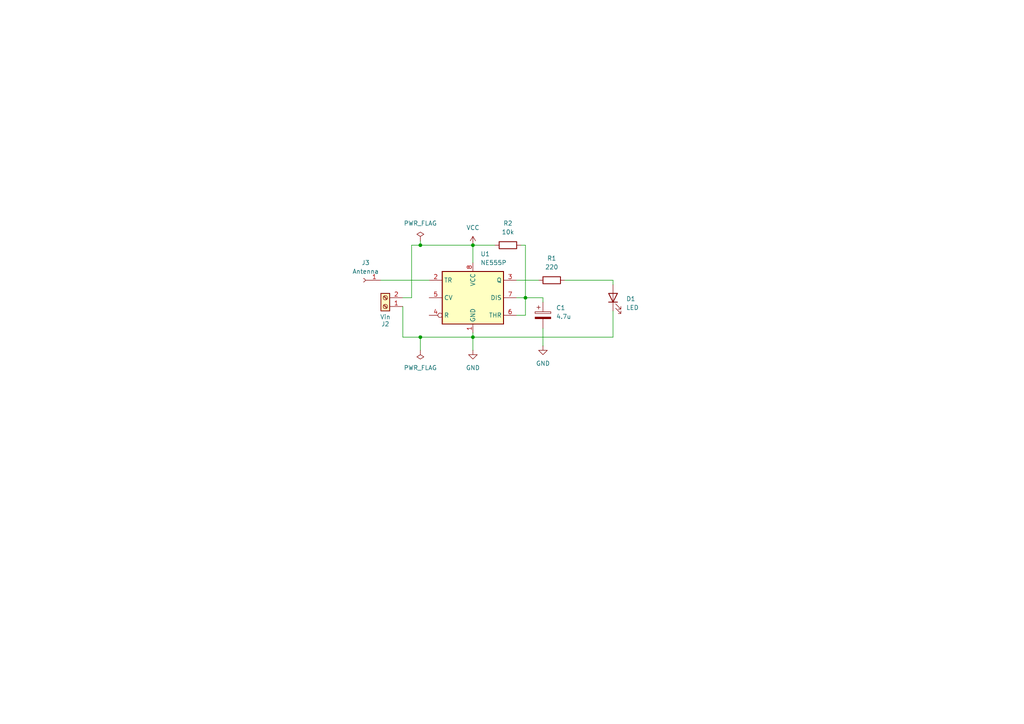
<source format=kicad_sch>
(kicad_sch
	(version 20231120)
	(generator "eeschema")
	(generator_version "8.0")
	(uuid "5389a15f-12bb-4080-be5b-7cf29784dc35")
	(paper "A4")
	(lib_symbols
		(symbol "Connector:Conn_01x01_Socket"
			(pin_names
				(offset 1.016) hide)
			(exclude_from_sim no)
			(in_bom yes)
			(on_board yes)
			(property "Reference" "J"
				(at 0 2.54 0)
				(effects
					(font
						(size 1.27 1.27)
					)
				)
			)
			(property "Value" "Conn_01x01_Socket"
				(at 0 -2.54 0)
				(effects
					(font
						(size 1.27 1.27)
					)
				)
			)
			(property "Footprint" ""
				(at 0 0 0)
				(effects
					(font
						(size 1.27 1.27)
					)
					(hide yes)
				)
			)
			(property "Datasheet" "~"
				(at 0 0 0)
				(effects
					(font
						(size 1.27 1.27)
					)
					(hide yes)
				)
			)
			(property "Description" "Generic connector, single row, 01x01, script generated"
				(at 0 0 0)
				(effects
					(font
						(size 1.27 1.27)
					)
					(hide yes)
				)
			)
			(property "ki_locked" ""
				(at 0 0 0)
				(effects
					(font
						(size 1.27 1.27)
					)
				)
			)
			(property "ki_keywords" "connector"
				(at 0 0 0)
				(effects
					(font
						(size 1.27 1.27)
					)
					(hide yes)
				)
			)
			(property "ki_fp_filters" "Connector*:*_1x??_*"
				(at 0 0 0)
				(effects
					(font
						(size 1.27 1.27)
					)
					(hide yes)
				)
			)
			(symbol "Conn_01x01_Socket_1_1"
				(polyline
					(pts
						(xy -1.27 0) (xy -0.508 0)
					)
					(stroke
						(width 0.1524)
						(type default)
					)
					(fill
						(type none)
					)
				)
				(arc
					(start 0 0.508)
					(mid -0.5058 0)
					(end 0 -0.508)
					(stroke
						(width 0.1524)
						(type default)
					)
					(fill
						(type none)
					)
				)
				(pin passive line
					(at -5.08 0 0)
					(length 3.81)
					(name "Pin_1"
						(effects
							(font
								(size 1.27 1.27)
							)
						)
					)
					(number "1"
						(effects
							(font
								(size 1.27 1.27)
							)
						)
					)
				)
			)
		)
		(symbol "Connector:Screw_Terminal_01x02"
			(pin_names
				(offset 1.016) hide)
			(exclude_from_sim no)
			(in_bom yes)
			(on_board yes)
			(property "Reference" "J"
				(at 0 2.54 0)
				(effects
					(font
						(size 1.27 1.27)
					)
				)
			)
			(property "Value" "Screw_Terminal_01x02"
				(at 0 -5.08 0)
				(effects
					(font
						(size 1.27 1.27)
					)
				)
			)
			(property "Footprint" ""
				(at 0 0 0)
				(effects
					(font
						(size 1.27 1.27)
					)
					(hide yes)
				)
			)
			(property "Datasheet" "~"
				(at 0 0 0)
				(effects
					(font
						(size 1.27 1.27)
					)
					(hide yes)
				)
			)
			(property "Description" "Generic screw terminal, single row, 01x02, script generated (kicad-library-utils/schlib/autogen/connector/)"
				(at 0 0 0)
				(effects
					(font
						(size 1.27 1.27)
					)
					(hide yes)
				)
			)
			(property "ki_keywords" "screw terminal"
				(at 0 0 0)
				(effects
					(font
						(size 1.27 1.27)
					)
					(hide yes)
				)
			)
			(property "ki_fp_filters" "TerminalBlock*:*"
				(at 0 0 0)
				(effects
					(font
						(size 1.27 1.27)
					)
					(hide yes)
				)
			)
			(symbol "Screw_Terminal_01x02_1_1"
				(rectangle
					(start -1.27 1.27)
					(end 1.27 -3.81)
					(stroke
						(width 0.254)
						(type default)
					)
					(fill
						(type background)
					)
				)
				(circle
					(center 0 -2.54)
					(radius 0.635)
					(stroke
						(width 0.1524)
						(type default)
					)
					(fill
						(type none)
					)
				)
				(polyline
					(pts
						(xy -0.5334 -2.2098) (xy 0.3302 -3.048)
					)
					(stroke
						(width 0.1524)
						(type default)
					)
					(fill
						(type none)
					)
				)
				(polyline
					(pts
						(xy -0.5334 0.3302) (xy 0.3302 -0.508)
					)
					(stroke
						(width 0.1524)
						(type default)
					)
					(fill
						(type none)
					)
				)
				(polyline
					(pts
						(xy -0.3556 -2.032) (xy 0.508 -2.8702)
					)
					(stroke
						(width 0.1524)
						(type default)
					)
					(fill
						(type none)
					)
				)
				(polyline
					(pts
						(xy -0.3556 0.508) (xy 0.508 -0.3302)
					)
					(stroke
						(width 0.1524)
						(type default)
					)
					(fill
						(type none)
					)
				)
				(circle
					(center 0 0)
					(radius 0.635)
					(stroke
						(width 0.1524)
						(type default)
					)
					(fill
						(type none)
					)
				)
				(pin passive line
					(at -5.08 0 0)
					(length 3.81)
					(name "Pin_1"
						(effects
							(font
								(size 1.27 1.27)
							)
						)
					)
					(number "1"
						(effects
							(font
								(size 1.27 1.27)
							)
						)
					)
				)
				(pin passive line
					(at -5.08 -2.54 0)
					(length 3.81)
					(name "Pin_2"
						(effects
							(font
								(size 1.27 1.27)
							)
						)
					)
					(number "2"
						(effects
							(font
								(size 1.27 1.27)
							)
						)
					)
				)
			)
		)
		(symbol "Device:C_Polarized"
			(pin_numbers hide)
			(pin_names
				(offset 0.254)
			)
			(exclude_from_sim no)
			(in_bom yes)
			(on_board yes)
			(property "Reference" "C"
				(at 0.635 2.54 0)
				(effects
					(font
						(size 1.27 1.27)
					)
					(justify left)
				)
			)
			(property "Value" "C_Polarized"
				(at 0.635 -2.54 0)
				(effects
					(font
						(size 1.27 1.27)
					)
					(justify left)
				)
			)
			(property "Footprint" ""
				(at 0.9652 -3.81 0)
				(effects
					(font
						(size 1.27 1.27)
					)
					(hide yes)
				)
			)
			(property "Datasheet" "~"
				(at 0 0 0)
				(effects
					(font
						(size 1.27 1.27)
					)
					(hide yes)
				)
			)
			(property "Description" "Polarized capacitor"
				(at 0 0 0)
				(effects
					(font
						(size 1.27 1.27)
					)
					(hide yes)
				)
			)
			(property "ki_keywords" "cap capacitor"
				(at 0 0 0)
				(effects
					(font
						(size 1.27 1.27)
					)
					(hide yes)
				)
			)
			(property "ki_fp_filters" "CP_*"
				(at 0 0 0)
				(effects
					(font
						(size 1.27 1.27)
					)
					(hide yes)
				)
			)
			(symbol "C_Polarized_0_1"
				(rectangle
					(start -2.286 0.508)
					(end 2.286 1.016)
					(stroke
						(width 0)
						(type default)
					)
					(fill
						(type none)
					)
				)
				(polyline
					(pts
						(xy -1.778 2.286) (xy -0.762 2.286)
					)
					(stroke
						(width 0)
						(type default)
					)
					(fill
						(type none)
					)
				)
				(polyline
					(pts
						(xy -1.27 2.794) (xy -1.27 1.778)
					)
					(stroke
						(width 0)
						(type default)
					)
					(fill
						(type none)
					)
				)
				(rectangle
					(start 2.286 -0.508)
					(end -2.286 -1.016)
					(stroke
						(width 0)
						(type default)
					)
					(fill
						(type outline)
					)
				)
			)
			(symbol "C_Polarized_1_1"
				(pin passive line
					(at 0 3.81 270)
					(length 2.794)
					(name "~"
						(effects
							(font
								(size 1.27 1.27)
							)
						)
					)
					(number "1"
						(effects
							(font
								(size 1.27 1.27)
							)
						)
					)
				)
				(pin passive line
					(at 0 -3.81 90)
					(length 2.794)
					(name "~"
						(effects
							(font
								(size 1.27 1.27)
							)
						)
					)
					(number "2"
						(effects
							(font
								(size 1.27 1.27)
							)
						)
					)
				)
			)
		)
		(symbol "Device:LED"
			(pin_numbers hide)
			(pin_names
				(offset 1.016) hide)
			(exclude_from_sim no)
			(in_bom yes)
			(on_board yes)
			(property "Reference" "D"
				(at 0 2.54 0)
				(effects
					(font
						(size 1.27 1.27)
					)
				)
			)
			(property "Value" "LED"
				(at 0 -2.54 0)
				(effects
					(font
						(size 1.27 1.27)
					)
				)
			)
			(property "Footprint" ""
				(at 0 0 0)
				(effects
					(font
						(size 1.27 1.27)
					)
					(hide yes)
				)
			)
			(property "Datasheet" "~"
				(at 0 0 0)
				(effects
					(font
						(size 1.27 1.27)
					)
					(hide yes)
				)
			)
			(property "Description" "Light emitting diode"
				(at 0 0 0)
				(effects
					(font
						(size 1.27 1.27)
					)
					(hide yes)
				)
			)
			(property "ki_keywords" "LED diode"
				(at 0 0 0)
				(effects
					(font
						(size 1.27 1.27)
					)
					(hide yes)
				)
			)
			(property "ki_fp_filters" "LED* LED_SMD:* LED_THT:*"
				(at 0 0 0)
				(effects
					(font
						(size 1.27 1.27)
					)
					(hide yes)
				)
			)
			(symbol "LED_0_1"
				(polyline
					(pts
						(xy -1.27 -1.27) (xy -1.27 1.27)
					)
					(stroke
						(width 0.254)
						(type default)
					)
					(fill
						(type none)
					)
				)
				(polyline
					(pts
						(xy -1.27 0) (xy 1.27 0)
					)
					(stroke
						(width 0)
						(type default)
					)
					(fill
						(type none)
					)
				)
				(polyline
					(pts
						(xy 1.27 -1.27) (xy 1.27 1.27) (xy -1.27 0) (xy 1.27 -1.27)
					)
					(stroke
						(width 0.254)
						(type default)
					)
					(fill
						(type none)
					)
				)
				(polyline
					(pts
						(xy -3.048 -0.762) (xy -4.572 -2.286) (xy -3.81 -2.286) (xy -4.572 -2.286) (xy -4.572 -1.524)
					)
					(stroke
						(width 0)
						(type default)
					)
					(fill
						(type none)
					)
				)
				(polyline
					(pts
						(xy -1.778 -0.762) (xy -3.302 -2.286) (xy -2.54 -2.286) (xy -3.302 -2.286) (xy -3.302 -1.524)
					)
					(stroke
						(width 0)
						(type default)
					)
					(fill
						(type none)
					)
				)
			)
			(symbol "LED_1_1"
				(pin passive line
					(at -3.81 0 0)
					(length 2.54)
					(name "K"
						(effects
							(font
								(size 1.27 1.27)
							)
						)
					)
					(number "1"
						(effects
							(font
								(size 1.27 1.27)
							)
						)
					)
				)
				(pin passive line
					(at 3.81 0 180)
					(length 2.54)
					(name "A"
						(effects
							(font
								(size 1.27 1.27)
							)
						)
					)
					(number "2"
						(effects
							(font
								(size 1.27 1.27)
							)
						)
					)
				)
			)
		)
		(symbol "Device:R"
			(pin_numbers hide)
			(pin_names
				(offset 0)
			)
			(exclude_from_sim no)
			(in_bom yes)
			(on_board yes)
			(property "Reference" "R"
				(at 2.032 0 90)
				(effects
					(font
						(size 1.27 1.27)
					)
				)
			)
			(property "Value" "R"
				(at 0 0 90)
				(effects
					(font
						(size 1.27 1.27)
					)
				)
			)
			(property "Footprint" ""
				(at -1.778 0 90)
				(effects
					(font
						(size 1.27 1.27)
					)
					(hide yes)
				)
			)
			(property "Datasheet" "~"
				(at 0 0 0)
				(effects
					(font
						(size 1.27 1.27)
					)
					(hide yes)
				)
			)
			(property "Description" "Resistor"
				(at 0 0 0)
				(effects
					(font
						(size 1.27 1.27)
					)
					(hide yes)
				)
			)
			(property "ki_keywords" "R res resistor"
				(at 0 0 0)
				(effects
					(font
						(size 1.27 1.27)
					)
					(hide yes)
				)
			)
			(property "ki_fp_filters" "R_*"
				(at 0 0 0)
				(effects
					(font
						(size 1.27 1.27)
					)
					(hide yes)
				)
			)
			(symbol "R_0_1"
				(rectangle
					(start -1.016 -2.54)
					(end 1.016 2.54)
					(stroke
						(width 0.254)
						(type default)
					)
					(fill
						(type none)
					)
				)
			)
			(symbol "R_1_1"
				(pin passive line
					(at 0 3.81 270)
					(length 1.27)
					(name "~"
						(effects
							(font
								(size 1.27 1.27)
							)
						)
					)
					(number "1"
						(effects
							(font
								(size 1.27 1.27)
							)
						)
					)
				)
				(pin passive line
					(at 0 -3.81 90)
					(length 1.27)
					(name "~"
						(effects
							(font
								(size 1.27 1.27)
							)
						)
					)
					(number "2"
						(effects
							(font
								(size 1.27 1.27)
							)
						)
					)
				)
			)
		)
		(symbol "Timer:NE555P"
			(exclude_from_sim no)
			(in_bom yes)
			(on_board yes)
			(property "Reference" "U"
				(at -10.16 8.89 0)
				(effects
					(font
						(size 1.27 1.27)
					)
					(justify left)
				)
			)
			(property "Value" "NE555P"
				(at 2.54 8.89 0)
				(effects
					(font
						(size 1.27 1.27)
					)
					(justify left)
				)
			)
			(property "Footprint" "Package_DIP:DIP-8_W7.62mm"
				(at 16.51 -10.16 0)
				(effects
					(font
						(size 1.27 1.27)
					)
					(hide yes)
				)
			)
			(property "Datasheet" "http://www.ti.com/lit/ds/symlink/ne555.pdf"
				(at 21.59 -10.16 0)
				(effects
					(font
						(size 1.27 1.27)
					)
					(hide yes)
				)
			)
			(property "Description" "Precision Timers, 555 compatible,  PDIP-8"
				(at 0 0 0)
				(effects
					(font
						(size 1.27 1.27)
					)
					(hide yes)
				)
			)
			(property "ki_keywords" "single timer 555"
				(at 0 0 0)
				(effects
					(font
						(size 1.27 1.27)
					)
					(hide yes)
				)
			)
			(property "ki_fp_filters" "DIP*W7.62mm*"
				(at 0 0 0)
				(effects
					(font
						(size 1.27 1.27)
					)
					(hide yes)
				)
			)
			(symbol "NE555P_0_0"
				(pin power_in line
					(at 0 -10.16 90)
					(length 2.54)
					(name "GND"
						(effects
							(font
								(size 1.27 1.27)
							)
						)
					)
					(number "1"
						(effects
							(font
								(size 1.27 1.27)
							)
						)
					)
				)
				(pin power_in line
					(at 0 10.16 270)
					(length 2.54)
					(name "VCC"
						(effects
							(font
								(size 1.27 1.27)
							)
						)
					)
					(number "8"
						(effects
							(font
								(size 1.27 1.27)
							)
						)
					)
				)
			)
			(symbol "NE555P_0_1"
				(rectangle
					(start -8.89 -7.62)
					(end 8.89 7.62)
					(stroke
						(width 0.254)
						(type default)
					)
					(fill
						(type background)
					)
				)
				(rectangle
					(start -8.89 -7.62)
					(end 8.89 7.62)
					(stroke
						(width 0.254)
						(type default)
					)
					(fill
						(type background)
					)
				)
			)
			(symbol "NE555P_1_1"
				(pin input line
					(at -12.7 5.08 0)
					(length 3.81)
					(name "TR"
						(effects
							(font
								(size 1.27 1.27)
							)
						)
					)
					(number "2"
						(effects
							(font
								(size 1.27 1.27)
							)
						)
					)
				)
				(pin output line
					(at 12.7 5.08 180)
					(length 3.81)
					(name "Q"
						(effects
							(font
								(size 1.27 1.27)
							)
						)
					)
					(number "3"
						(effects
							(font
								(size 1.27 1.27)
							)
						)
					)
				)
				(pin input inverted
					(at -12.7 -5.08 0)
					(length 3.81)
					(name "R"
						(effects
							(font
								(size 1.27 1.27)
							)
						)
					)
					(number "4"
						(effects
							(font
								(size 1.27 1.27)
							)
						)
					)
				)
				(pin input line
					(at -12.7 0 0)
					(length 3.81)
					(name "CV"
						(effects
							(font
								(size 1.27 1.27)
							)
						)
					)
					(number "5"
						(effects
							(font
								(size 1.27 1.27)
							)
						)
					)
				)
				(pin input line
					(at 12.7 -5.08 180)
					(length 3.81)
					(name "THR"
						(effects
							(font
								(size 1.27 1.27)
							)
						)
					)
					(number "6"
						(effects
							(font
								(size 1.27 1.27)
							)
						)
					)
				)
				(pin input line
					(at 12.7 0 180)
					(length 3.81)
					(name "DIS"
						(effects
							(font
								(size 1.27 1.27)
							)
						)
					)
					(number "7"
						(effects
							(font
								(size 1.27 1.27)
							)
						)
					)
				)
			)
		)
		(symbol "power:GND"
			(power)
			(pin_numbers hide)
			(pin_names
				(offset 0) hide)
			(exclude_from_sim no)
			(in_bom yes)
			(on_board yes)
			(property "Reference" "#PWR"
				(at 0 -6.35 0)
				(effects
					(font
						(size 1.27 1.27)
					)
					(hide yes)
				)
			)
			(property "Value" "GND"
				(at 0 -3.81 0)
				(effects
					(font
						(size 1.27 1.27)
					)
				)
			)
			(property "Footprint" ""
				(at 0 0 0)
				(effects
					(font
						(size 1.27 1.27)
					)
					(hide yes)
				)
			)
			(property "Datasheet" ""
				(at 0 0 0)
				(effects
					(font
						(size 1.27 1.27)
					)
					(hide yes)
				)
			)
			(property "Description" "Power symbol creates a global label with name \"GND\" , ground"
				(at 0 0 0)
				(effects
					(font
						(size 1.27 1.27)
					)
					(hide yes)
				)
			)
			(property "ki_keywords" "global power"
				(at 0 0 0)
				(effects
					(font
						(size 1.27 1.27)
					)
					(hide yes)
				)
			)
			(symbol "GND_0_1"
				(polyline
					(pts
						(xy 0 0) (xy 0 -1.27) (xy 1.27 -1.27) (xy 0 -2.54) (xy -1.27 -1.27) (xy 0 -1.27)
					)
					(stroke
						(width 0)
						(type default)
					)
					(fill
						(type none)
					)
				)
			)
			(symbol "GND_1_1"
				(pin power_in line
					(at 0 0 270)
					(length 0)
					(name "~"
						(effects
							(font
								(size 1.27 1.27)
							)
						)
					)
					(number "1"
						(effects
							(font
								(size 1.27 1.27)
							)
						)
					)
				)
			)
		)
		(symbol "power:PWR_FLAG"
			(power)
			(pin_numbers hide)
			(pin_names
				(offset 0) hide)
			(exclude_from_sim no)
			(in_bom yes)
			(on_board yes)
			(property "Reference" "#FLG"
				(at 0 1.905 0)
				(effects
					(font
						(size 1.27 1.27)
					)
					(hide yes)
				)
			)
			(property "Value" "PWR_FLAG"
				(at 0 3.81 0)
				(effects
					(font
						(size 1.27 1.27)
					)
				)
			)
			(property "Footprint" ""
				(at 0 0 0)
				(effects
					(font
						(size 1.27 1.27)
					)
					(hide yes)
				)
			)
			(property "Datasheet" "~"
				(at 0 0 0)
				(effects
					(font
						(size 1.27 1.27)
					)
					(hide yes)
				)
			)
			(property "Description" "Special symbol for telling ERC where power comes from"
				(at 0 0 0)
				(effects
					(font
						(size 1.27 1.27)
					)
					(hide yes)
				)
			)
			(property "ki_keywords" "flag power"
				(at 0 0 0)
				(effects
					(font
						(size 1.27 1.27)
					)
					(hide yes)
				)
			)
			(symbol "PWR_FLAG_0_0"
				(pin power_out line
					(at 0 0 90)
					(length 0)
					(name "~"
						(effects
							(font
								(size 1.27 1.27)
							)
						)
					)
					(number "1"
						(effects
							(font
								(size 1.27 1.27)
							)
						)
					)
				)
			)
			(symbol "PWR_FLAG_0_1"
				(polyline
					(pts
						(xy 0 0) (xy 0 1.27) (xy -1.016 1.905) (xy 0 2.54) (xy 1.016 1.905) (xy 0 1.27)
					)
					(stroke
						(width 0)
						(type default)
					)
					(fill
						(type none)
					)
				)
			)
		)
		(symbol "power:VCC"
			(power)
			(pin_numbers hide)
			(pin_names
				(offset 0) hide)
			(exclude_from_sim no)
			(in_bom yes)
			(on_board yes)
			(property "Reference" "#PWR"
				(at 0 -3.81 0)
				(effects
					(font
						(size 1.27 1.27)
					)
					(hide yes)
				)
			)
			(property "Value" "VCC"
				(at 0 3.556 0)
				(effects
					(font
						(size 1.27 1.27)
					)
				)
			)
			(property "Footprint" ""
				(at 0 0 0)
				(effects
					(font
						(size 1.27 1.27)
					)
					(hide yes)
				)
			)
			(property "Datasheet" ""
				(at 0 0 0)
				(effects
					(font
						(size 1.27 1.27)
					)
					(hide yes)
				)
			)
			(property "Description" "Power symbol creates a global label with name \"VCC\""
				(at 0 0 0)
				(effects
					(font
						(size 1.27 1.27)
					)
					(hide yes)
				)
			)
			(property "ki_keywords" "global power"
				(at 0 0 0)
				(effects
					(font
						(size 1.27 1.27)
					)
					(hide yes)
				)
			)
			(symbol "VCC_0_1"
				(polyline
					(pts
						(xy -0.762 1.27) (xy 0 2.54)
					)
					(stroke
						(width 0)
						(type default)
					)
					(fill
						(type none)
					)
				)
				(polyline
					(pts
						(xy 0 0) (xy 0 2.54)
					)
					(stroke
						(width 0)
						(type default)
					)
					(fill
						(type none)
					)
				)
				(polyline
					(pts
						(xy 0 2.54) (xy 0.762 1.27)
					)
					(stroke
						(width 0)
						(type default)
					)
					(fill
						(type none)
					)
				)
			)
			(symbol "VCC_1_1"
				(pin power_in line
					(at 0 0 90)
					(length 0)
					(name "~"
						(effects
							(font
								(size 1.27 1.27)
							)
						)
					)
					(number "1"
						(effects
							(font
								(size 1.27 1.27)
							)
						)
					)
				)
			)
		)
	)
	(junction
		(at 152.4 86.36)
		(diameter 0)
		(color 0 0 0 0)
		(uuid "18ebd45c-8799-46d5-8486-b8822b45d661")
	)
	(junction
		(at 121.92 97.79)
		(diameter 0)
		(color 0 0 0 0)
		(uuid "682251f6-8254-42e8-9789-cf7a4973bc67")
	)
	(junction
		(at 137.16 97.79)
		(diameter 0)
		(color 0 0 0 0)
		(uuid "968b7d57-9e71-4fd5-a058-012a92ee3bad")
	)
	(junction
		(at 121.92 71.12)
		(diameter 0)
		(color 0 0 0 0)
		(uuid "9e0a2f48-57f0-4aad-ac81-23fec9c6618b")
	)
	(junction
		(at 137.16 71.12)
		(diameter 0)
		(color 0 0 0 0)
		(uuid "b2320f29-cf0f-4d53-8a51-470042c0b2ab")
	)
	(wire
		(pts
			(xy 177.8 90.17) (xy 177.8 97.79)
		)
		(stroke
			(width 0)
			(type default)
		)
		(uuid "0a076076-cc72-4700-9a57-2a9e78fb74fe")
	)
	(wire
		(pts
			(xy 119.38 86.36) (xy 119.38 71.12)
		)
		(stroke
			(width 0)
			(type default)
		)
		(uuid "22e25e68-19ed-4b03-8369-4c4a11a2803e")
	)
	(wire
		(pts
			(xy 110.49 81.28) (xy 124.46 81.28)
		)
		(stroke
			(width 0)
			(type default)
		)
		(uuid "2ede96c6-b54b-4726-9860-3b54efffb3cc")
	)
	(wire
		(pts
			(xy 157.48 95.25) (xy 157.48 100.33)
		)
		(stroke
			(width 0)
			(type default)
		)
		(uuid "329967e3-0872-4564-a7ac-0720b439f01b")
	)
	(wire
		(pts
			(xy 152.4 71.12) (xy 152.4 86.36)
		)
		(stroke
			(width 0)
			(type default)
		)
		(uuid "389f936e-c0b2-48c3-adfd-47faf7c51a4b")
	)
	(wire
		(pts
			(xy 119.38 71.12) (xy 121.92 71.12)
		)
		(stroke
			(width 0)
			(type default)
		)
		(uuid "495bd099-7d8d-4abb-adf9-bd7d5147a58a")
	)
	(wire
		(pts
			(xy 163.83 81.28) (xy 177.8 81.28)
		)
		(stroke
			(width 0)
			(type default)
		)
		(uuid "4cedc07b-71b4-4a50-936d-1baec5b708c9")
	)
	(wire
		(pts
			(xy 149.86 81.28) (xy 156.21 81.28)
		)
		(stroke
			(width 0)
			(type default)
		)
		(uuid "56019e04-9c88-493d-b514-c35c3ee730f7")
	)
	(wire
		(pts
			(xy 149.86 91.44) (xy 152.4 91.44)
		)
		(stroke
			(width 0)
			(type default)
		)
		(uuid "7bcb4e47-c9bb-457e-94a8-3db68e098fea")
	)
	(wire
		(pts
			(xy 152.4 91.44) (xy 152.4 86.36)
		)
		(stroke
			(width 0)
			(type default)
		)
		(uuid "8f10352c-e2e9-43e6-a2c6-7bb8d679aa49")
	)
	(wire
		(pts
			(xy 152.4 86.36) (xy 157.48 86.36)
		)
		(stroke
			(width 0)
			(type default)
		)
		(uuid "90a5eaf8-5f4e-484b-a032-63b0a5fdba67")
	)
	(wire
		(pts
			(xy 149.86 86.36) (xy 152.4 86.36)
		)
		(stroke
			(width 0)
			(type default)
		)
		(uuid "97ff4f7a-7995-4645-b5a1-1a62f6220856")
	)
	(wire
		(pts
			(xy 137.16 97.79) (xy 137.16 101.6)
		)
		(stroke
			(width 0)
			(type default)
		)
		(uuid "9ae14303-1189-4811-98c5-813efa55ad97")
	)
	(wire
		(pts
			(xy 177.8 81.28) (xy 177.8 82.55)
		)
		(stroke
			(width 0)
			(type default)
		)
		(uuid "a01c6bef-fb29-40cf-b540-c05880cc4b99")
	)
	(wire
		(pts
			(xy 116.84 86.36) (xy 119.38 86.36)
		)
		(stroke
			(width 0)
			(type default)
		)
		(uuid "a4b4534c-34b3-4f88-92e5-791ef6c47c1e")
	)
	(wire
		(pts
			(xy 121.92 69.85) (xy 121.92 71.12)
		)
		(stroke
			(width 0)
			(type default)
		)
		(uuid "b3036491-7c4f-43ca-85a5-d8d4d550f8ea")
	)
	(wire
		(pts
			(xy 121.92 97.79) (xy 121.92 101.6)
		)
		(stroke
			(width 0)
			(type default)
		)
		(uuid "c6e7ae8a-bbca-4761-ba18-70c49c53b857")
	)
	(wire
		(pts
			(xy 157.48 86.36) (xy 157.48 87.63)
		)
		(stroke
			(width 0)
			(type default)
		)
		(uuid "c6ef5ea3-8a94-467e-9425-1fc150eaa442")
	)
	(wire
		(pts
			(xy 152.4 71.12) (xy 151.13 71.12)
		)
		(stroke
			(width 0)
			(type default)
		)
		(uuid "cd7864cd-43aa-4758-a906-fc0c796658e9")
	)
	(wire
		(pts
			(xy 137.16 71.12) (xy 143.51 71.12)
		)
		(stroke
			(width 0)
			(type default)
		)
		(uuid "d50ff81b-e5df-4d0b-ae4d-b212106bfdb2")
	)
	(wire
		(pts
			(xy 116.84 97.79) (xy 121.92 97.79)
		)
		(stroke
			(width 0)
			(type default)
		)
		(uuid "d7e6ed33-546f-491c-8d96-5f6f204344f4")
	)
	(wire
		(pts
			(xy 121.92 97.79) (xy 137.16 97.79)
		)
		(stroke
			(width 0)
			(type default)
		)
		(uuid "de680321-fee5-4a61-83ac-904195bb77cc")
	)
	(wire
		(pts
			(xy 121.92 71.12) (xy 137.16 71.12)
		)
		(stroke
			(width 0)
			(type default)
		)
		(uuid "de6afb0a-4269-408f-9dbb-a4b0b82640b2")
	)
	(wire
		(pts
			(xy 137.16 97.79) (xy 177.8 97.79)
		)
		(stroke
			(width 0)
			(type default)
		)
		(uuid "e2790202-655a-49ca-a87f-6123240f78a5")
	)
	(wire
		(pts
			(xy 116.84 88.9) (xy 116.84 97.79)
		)
		(stroke
			(width 0)
			(type default)
		)
		(uuid "eb6481f5-4e27-4abb-ad36-c5e7deff1cb5")
	)
	(wire
		(pts
			(xy 137.16 96.52) (xy 137.16 97.79)
		)
		(stroke
			(width 0)
			(type default)
		)
		(uuid "fd135494-0028-40ed-b235-6bf56f4b6054")
	)
	(wire
		(pts
			(xy 137.16 71.12) (xy 137.16 76.2)
		)
		(stroke
			(width 0)
			(type default)
		)
		(uuid "fd709415-11a5-4a79-b869-6d578519d960")
	)
	(symbol
		(lib_id "Timer:NE555P")
		(at 137.16 86.36 0)
		(unit 1)
		(exclude_from_sim no)
		(in_bom yes)
		(on_board yes)
		(dnp no)
		(fields_autoplaced yes)
		(uuid "0ae73d4d-7a66-40fa-ba2a-658a2d5ac72f")
		(property "Reference" "U1"
			(at 139.3541 73.66 0)
			(effects
				(font
					(size 1.27 1.27)
				)
				(justify left)
			)
		)
		(property "Value" "NE555P"
			(at 139.3541 76.2 0)
			(effects
				(font
					(size 1.27 1.27)
				)
				(justify left)
			)
		)
		(property "Footprint" "Package_DIP:DIP-8_W7.62mm"
			(at 153.67 96.52 0)
			(effects
				(font
					(size 1.27 1.27)
				)
				(hide yes)
			)
		)
		(property "Datasheet" "http://www.ti.com/lit/ds/symlink/ne555.pdf"
			(at 158.75 96.52 0)
			(effects
				(font
					(size 1.27 1.27)
				)
				(hide yes)
			)
		)
		(property "Description" "Precision Timers, 555 compatible,  PDIP-8"
			(at 137.16 86.36 0)
			(effects
				(font
					(size 1.27 1.27)
				)
				(hide yes)
			)
		)
		(pin "3"
			(uuid "455d9610-684c-47de-9161-7654606b9d1f")
		)
		(pin "5"
			(uuid "805a24b5-964c-41ac-b889-49ae772cb6c8")
		)
		(pin "4"
			(uuid "b2b8d90c-46d3-4ffb-a7df-8e0a5f576c72")
		)
		(pin "6"
			(uuid "391c687e-04fc-474f-a06f-cd3cc3c0e0af")
		)
		(pin "7"
			(uuid "75466525-97aa-4ecb-8d8f-0cb8adf016a5")
		)
		(pin "1"
			(uuid "16eb5a63-2e07-4766-baff-50d23ab9ca57")
		)
		(pin "2"
			(uuid "20f56288-d5a9-4228-876f-2c7aaf0f7a72")
		)
		(pin "8"
			(uuid "6fea02e8-9c56-4986-9798-b7794dd8fcb5")
		)
		(instances
			(project ""
				(path "/5389a15f-12bb-4080-be5b-7cf29784dc35"
					(reference "U1")
					(unit 1)
				)
			)
		)
	)
	(symbol
		(lib_id "Device:R")
		(at 147.32 71.12 90)
		(unit 1)
		(exclude_from_sim no)
		(in_bom yes)
		(on_board yes)
		(dnp no)
		(fields_autoplaced yes)
		(uuid "246b4adf-01da-46b2-bfdf-5faef84ccf7d")
		(property "Reference" "R2"
			(at 147.32 64.77 90)
			(effects
				(font
					(size 1.27 1.27)
				)
			)
		)
		(property "Value" "10k"
			(at 147.32 67.31 90)
			(effects
				(font
					(size 1.27 1.27)
				)
			)
		)
		(property "Footprint" "Resistor_THT:R_Axial_DIN0204_L3.6mm_D1.6mm_P5.08mm_Horizontal"
			(at 147.32 72.898 90)
			(effects
				(font
					(size 1.27 1.27)
				)
				(hide yes)
			)
		)
		(property "Datasheet" "~"
			(at 147.32 71.12 0)
			(effects
				(font
					(size 1.27 1.27)
				)
				(hide yes)
			)
		)
		(property "Description" "Resistor"
			(at 147.32 71.12 0)
			(effects
				(font
					(size 1.27 1.27)
				)
				(hide yes)
			)
		)
		(pin "1"
			(uuid "59967333-5feb-4c01-9f3f-c7a39557ae86")
		)
		(pin "2"
			(uuid "277df14e-5cfc-4e53-9b61-5887e5e9a762")
		)
		(instances
			(project "CurrentDetector"
				(path "/5389a15f-12bb-4080-be5b-7cf29784dc35"
					(reference "R2")
					(unit 1)
				)
			)
		)
	)
	(symbol
		(lib_id "power:PWR_FLAG")
		(at 121.92 101.6 180)
		(unit 1)
		(exclude_from_sim no)
		(in_bom yes)
		(on_board yes)
		(dnp no)
		(fields_autoplaced yes)
		(uuid "2a8cb3f3-2948-4470-ae11-4bc78fe94d61")
		(property "Reference" "#FLG02"
			(at 121.92 103.505 0)
			(effects
				(font
					(size 1.27 1.27)
				)
				(hide yes)
			)
		)
		(property "Value" "PWR_FLAG"
			(at 121.92 106.68 0)
			(effects
				(font
					(size 1.27 1.27)
				)
			)
		)
		(property "Footprint" ""
			(at 121.92 101.6 0)
			(effects
				(font
					(size 1.27 1.27)
				)
				(hide yes)
			)
		)
		(property "Datasheet" "~"
			(at 121.92 101.6 0)
			(effects
				(font
					(size 1.27 1.27)
				)
				(hide yes)
			)
		)
		(property "Description" "Special symbol for telling ERC where power comes from"
			(at 121.92 101.6 0)
			(effects
				(font
					(size 1.27 1.27)
				)
				(hide yes)
			)
		)
		(pin "1"
			(uuid "447104f6-2521-42d4-8242-53ba28776538")
		)
		(instances
			(project "CurrentDetector"
				(path "/5389a15f-12bb-4080-be5b-7cf29784dc35"
					(reference "#FLG02")
					(unit 1)
				)
			)
		)
	)
	(symbol
		(lib_id "Device:C_Polarized")
		(at 157.48 91.44 0)
		(unit 1)
		(exclude_from_sim no)
		(in_bom yes)
		(on_board yes)
		(dnp no)
		(fields_autoplaced yes)
		(uuid "3fcc94ad-b4e9-4c83-a9de-d8658a7a02a1")
		(property "Reference" "C1"
			(at 161.29 89.2809 0)
			(effects
				(font
					(size 1.27 1.27)
				)
				(justify left)
			)
		)
		(property "Value" "4.7u"
			(at 161.29 91.8209 0)
			(effects
				(font
					(size 1.27 1.27)
				)
				(justify left)
			)
		)
		(property "Footprint" "Capacitor_THT:CP_Radial_D5.0mm_P2.00mm"
			(at 158.4452 95.25 0)
			(effects
				(font
					(size 1.27 1.27)
				)
				(hide yes)
			)
		)
		(property "Datasheet" "~"
			(at 157.48 91.44 0)
			(effects
				(font
					(size 1.27 1.27)
				)
				(hide yes)
			)
		)
		(property "Description" "Polarized capacitor"
			(at 157.48 91.44 0)
			(effects
				(font
					(size 1.27 1.27)
				)
				(hide yes)
			)
		)
		(pin "2"
			(uuid "367ea9c5-eb92-4ca9-8098-fa11d14280a5")
		)
		(pin "1"
			(uuid "a9a8b111-7ecc-4a01-ad00-38752efa0d09")
		)
		(instances
			(project ""
				(path "/5389a15f-12bb-4080-be5b-7cf29784dc35"
					(reference "C1")
					(unit 1)
				)
			)
		)
	)
	(symbol
		(lib_id "power:PWR_FLAG")
		(at 121.92 69.85 0)
		(unit 1)
		(exclude_from_sim no)
		(in_bom yes)
		(on_board yes)
		(dnp no)
		(fields_autoplaced yes)
		(uuid "406daad3-dc94-41ca-8083-30c2d78f9f5b")
		(property "Reference" "#FLG01"
			(at 121.92 67.945 0)
			(effects
				(font
					(size 1.27 1.27)
				)
				(hide yes)
			)
		)
		(property "Value" "PWR_FLAG"
			(at 121.92 64.77 0)
			(effects
				(font
					(size 1.27 1.27)
				)
			)
		)
		(property "Footprint" ""
			(at 121.92 69.85 0)
			(effects
				(font
					(size 1.27 1.27)
				)
				(hide yes)
			)
		)
		(property "Datasheet" "~"
			(at 121.92 69.85 0)
			(effects
				(font
					(size 1.27 1.27)
				)
				(hide yes)
			)
		)
		(property "Description" "Special symbol for telling ERC where power comes from"
			(at 121.92 69.85 0)
			(effects
				(font
					(size 1.27 1.27)
				)
				(hide yes)
			)
		)
		(pin "1"
			(uuid "a65a8573-d091-4b07-b274-04557d17b68a")
		)
		(instances
			(project ""
				(path "/5389a15f-12bb-4080-be5b-7cf29784dc35"
					(reference "#FLG01")
					(unit 1)
				)
			)
		)
	)
	(symbol
		(lib_id "Device:R")
		(at 160.02 81.28 90)
		(unit 1)
		(exclude_from_sim no)
		(in_bom yes)
		(on_board yes)
		(dnp no)
		(fields_autoplaced yes)
		(uuid "6c8591bb-f225-4ba3-a143-451f05a6c8e8")
		(property "Reference" "R1"
			(at 160.02 74.93 90)
			(effects
				(font
					(size 1.27 1.27)
				)
			)
		)
		(property "Value" "220"
			(at 160.02 77.47 90)
			(effects
				(font
					(size 1.27 1.27)
				)
			)
		)
		(property "Footprint" "Resistor_THT:R_Axial_DIN0204_L3.6mm_D1.6mm_P5.08mm_Horizontal"
			(at 160.02 83.058 90)
			(effects
				(font
					(size 1.27 1.27)
				)
				(hide yes)
			)
		)
		(property "Datasheet" "~"
			(at 160.02 81.28 0)
			(effects
				(font
					(size 1.27 1.27)
				)
				(hide yes)
			)
		)
		(property "Description" "Resistor"
			(at 160.02 81.28 0)
			(effects
				(font
					(size 1.27 1.27)
				)
				(hide yes)
			)
		)
		(pin "1"
			(uuid "a22411a2-c326-4f73-93d1-b00e4dd888f2")
		)
		(pin "2"
			(uuid "d1e5b60d-1f8f-48c2-bb0d-ec0f7a956159")
		)
		(instances
			(project ""
				(path "/5389a15f-12bb-4080-be5b-7cf29784dc35"
					(reference "R1")
					(unit 1)
				)
			)
		)
	)
	(symbol
		(lib_id "Connector:Screw_Terminal_01x02")
		(at 111.76 88.9 180)
		(unit 1)
		(exclude_from_sim no)
		(in_bom yes)
		(on_board yes)
		(dnp no)
		(uuid "731e3341-2b86-4efd-b2de-04b52ecdeb7f")
		(property "Reference" "J2"
			(at 111.76 93.98 0)
			(effects
				(font
					(size 1.27 1.27)
				)
			)
		)
		(property "Value" "Vin"
			(at 111.76 91.948 0)
			(effects
				(font
					(size 1.27 1.27)
				)
			)
		)
		(property "Footprint" "TerminalBlock:TerminalBlock_bornier-2_P5.08mm"
			(at 111.76 88.9 0)
			(effects
				(font
					(size 1.27 1.27)
				)
				(hide yes)
			)
		)
		(property "Datasheet" "~"
			(at 111.76 88.9 0)
			(effects
				(font
					(size 1.27 1.27)
				)
				(hide yes)
			)
		)
		(property "Description" "Generic screw terminal, single row, 01x02, script generated (kicad-library-utils/schlib/autogen/connector/)"
			(at 111.76 88.9 0)
			(effects
				(font
					(size 1.27 1.27)
				)
				(hide yes)
			)
		)
		(pin "1"
			(uuid "14589420-3a0e-4cb7-97dd-1e0c1f1d5cdf")
		)
		(pin "2"
			(uuid "61780cd8-7da8-4194-8d59-5496aa2fed22")
		)
		(instances
			(project ""
				(path "/5389a15f-12bb-4080-be5b-7cf29784dc35"
					(reference "J2")
					(unit 1)
				)
			)
		)
	)
	(symbol
		(lib_id "power:VCC")
		(at 137.16 71.12 0)
		(unit 1)
		(exclude_from_sim no)
		(in_bom yes)
		(on_board yes)
		(dnp no)
		(fields_autoplaced yes)
		(uuid "b3c06ede-cadb-4020-8d27-933b00f0f341")
		(property "Reference" "#PWR03"
			(at 137.16 74.93 0)
			(effects
				(font
					(size 1.27 1.27)
				)
				(hide yes)
			)
		)
		(property "Value" "VCC"
			(at 137.16 66.04 0)
			(effects
				(font
					(size 1.27 1.27)
				)
			)
		)
		(property "Footprint" ""
			(at 137.16 71.12 0)
			(effects
				(font
					(size 1.27 1.27)
				)
				(hide yes)
			)
		)
		(property "Datasheet" ""
			(at 137.16 71.12 0)
			(effects
				(font
					(size 1.27 1.27)
				)
				(hide yes)
			)
		)
		(property "Description" "Power symbol creates a global label with name \"VCC\""
			(at 137.16 71.12 0)
			(effects
				(font
					(size 1.27 1.27)
				)
				(hide yes)
			)
		)
		(pin "1"
			(uuid "e8c2b1ea-89bf-4c95-80a2-2ee1f00fce3f")
		)
		(instances
			(project ""
				(path "/5389a15f-12bb-4080-be5b-7cf29784dc35"
					(reference "#PWR03")
					(unit 1)
				)
			)
		)
	)
	(symbol
		(lib_id "Device:LED")
		(at 177.8 86.36 90)
		(unit 1)
		(exclude_from_sim no)
		(in_bom yes)
		(on_board yes)
		(dnp no)
		(fields_autoplaced yes)
		(uuid "ebee2360-92d5-40ea-b7d9-1e4fdaa10199")
		(property "Reference" "D1"
			(at 181.61 86.6774 90)
			(effects
				(font
					(size 1.27 1.27)
				)
				(justify right)
			)
		)
		(property "Value" "LED"
			(at 181.61 89.2174 90)
			(effects
				(font
					(size 1.27 1.27)
				)
				(justify right)
			)
		)
		(property "Footprint" "LED_THT:LED_D5.0mm"
			(at 177.8 86.36 0)
			(effects
				(font
					(size 1.27 1.27)
				)
				(hide yes)
			)
		)
		(property "Datasheet" "~"
			(at 177.8 86.36 0)
			(effects
				(font
					(size 1.27 1.27)
				)
				(hide yes)
			)
		)
		(property "Description" "Light emitting diode"
			(at 177.8 86.36 0)
			(effects
				(font
					(size 1.27 1.27)
				)
				(hide yes)
			)
		)
		(pin "1"
			(uuid "37f246d0-b94a-40b3-a088-a5953800877c")
		)
		(pin "2"
			(uuid "7418d1d5-017a-4575-8c3a-6913b0b9a1c0")
		)
		(instances
			(project ""
				(path "/5389a15f-12bb-4080-be5b-7cf29784dc35"
					(reference "D1")
					(unit 1)
				)
			)
		)
	)
	(symbol
		(lib_id "power:GND")
		(at 137.16 101.6 0)
		(unit 1)
		(exclude_from_sim no)
		(in_bom yes)
		(on_board yes)
		(dnp no)
		(fields_autoplaced yes)
		(uuid "fa3b590d-d40a-44ca-bdde-1918f815d31e")
		(property "Reference" "#PWR02"
			(at 137.16 107.95 0)
			(effects
				(font
					(size 1.27 1.27)
				)
				(hide yes)
			)
		)
		(property "Value" "GND"
			(at 137.16 106.68 0)
			(effects
				(font
					(size 1.27 1.27)
				)
			)
		)
		(property "Footprint" ""
			(at 137.16 101.6 0)
			(effects
				(font
					(size 1.27 1.27)
				)
				(hide yes)
			)
		)
		(property "Datasheet" ""
			(at 137.16 101.6 0)
			(effects
				(font
					(size 1.27 1.27)
				)
				(hide yes)
			)
		)
		(property "Description" "Power symbol creates a global label with name \"GND\" , ground"
			(at 137.16 101.6 0)
			(effects
				(font
					(size 1.27 1.27)
				)
				(hide yes)
			)
		)
		(pin "1"
			(uuid "2af37474-e6b1-4985-b015-ded29091cd62")
		)
		(instances
			(project "CurrentDetector"
				(path "/5389a15f-12bb-4080-be5b-7cf29784dc35"
					(reference "#PWR02")
					(unit 1)
				)
			)
		)
	)
	(symbol
		(lib_id "power:GND")
		(at 157.48 100.33 0)
		(unit 1)
		(exclude_from_sim no)
		(in_bom yes)
		(on_board yes)
		(dnp no)
		(fields_autoplaced yes)
		(uuid "fade599a-fa34-4f9f-a696-3dda3e0ee02f")
		(property "Reference" "#PWR01"
			(at 157.48 106.68 0)
			(effects
				(font
					(size 1.27 1.27)
				)
				(hide yes)
			)
		)
		(property "Value" "GND"
			(at 157.48 105.41 0)
			(effects
				(font
					(size 1.27 1.27)
				)
			)
		)
		(property "Footprint" ""
			(at 157.48 100.33 0)
			(effects
				(font
					(size 1.27 1.27)
				)
				(hide yes)
			)
		)
		(property "Datasheet" ""
			(at 157.48 100.33 0)
			(effects
				(font
					(size 1.27 1.27)
				)
				(hide yes)
			)
		)
		(property "Description" "Power symbol creates a global label with name \"GND\" , ground"
			(at 157.48 100.33 0)
			(effects
				(font
					(size 1.27 1.27)
				)
				(hide yes)
			)
		)
		(pin "1"
			(uuid "ae456254-7de6-4921-99e6-e10d07a62808")
		)
		(instances
			(project ""
				(path "/5389a15f-12bb-4080-be5b-7cf29784dc35"
					(reference "#PWR01")
					(unit 1)
				)
			)
		)
	)
	(symbol
		(lib_id "Connector:Conn_01x01_Socket")
		(at 105.41 81.28 180)
		(unit 1)
		(exclude_from_sim no)
		(in_bom yes)
		(on_board yes)
		(dnp no)
		(fields_autoplaced yes)
		(uuid "fb5a9e8b-08a7-4294-ae89-ee2522bd96a2")
		(property "Reference" "J3"
			(at 106.045 76.2 0)
			(effects
				(font
					(size 1.27 1.27)
				)
			)
		)
		(property "Value" "Antenna"
			(at 106.045 78.74 0)
			(effects
				(font
					(size 1.27 1.27)
				)
			)
		)
		(property "Footprint" "TestPoint:TestPoint_Keystone_5000-5004_Miniature"
			(at 105.41 81.28 0)
			(effects
				(font
					(size 1.27 1.27)
				)
				(hide yes)
			)
		)
		(property "Datasheet" "~"
			(at 105.41 81.28 0)
			(effects
				(font
					(size 1.27 1.27)
				)
				(hide yes)
			)
		)
		(property "Description" "Generic connector, single row, 01x01, script generated"
			(at 105.41 81.28 0)
			(effects
				(font
					(size 1.27 1.27)
				)
				(hide yes)
			)
		)
		(pin "1"
			(uuid "b05c46c0-b9db-4825-b989-c97839ca2cf6")
		)
		(instances
			(project ""
				(path "/5389a15f-12bb-4080-be5b-7cf29784dc35"
					(reference "J3")
					(unit 1)
				)
			)
		)
	)
	(sheet_instances
		(path "/"
			(page "1")
		)
	)
)

</source>
